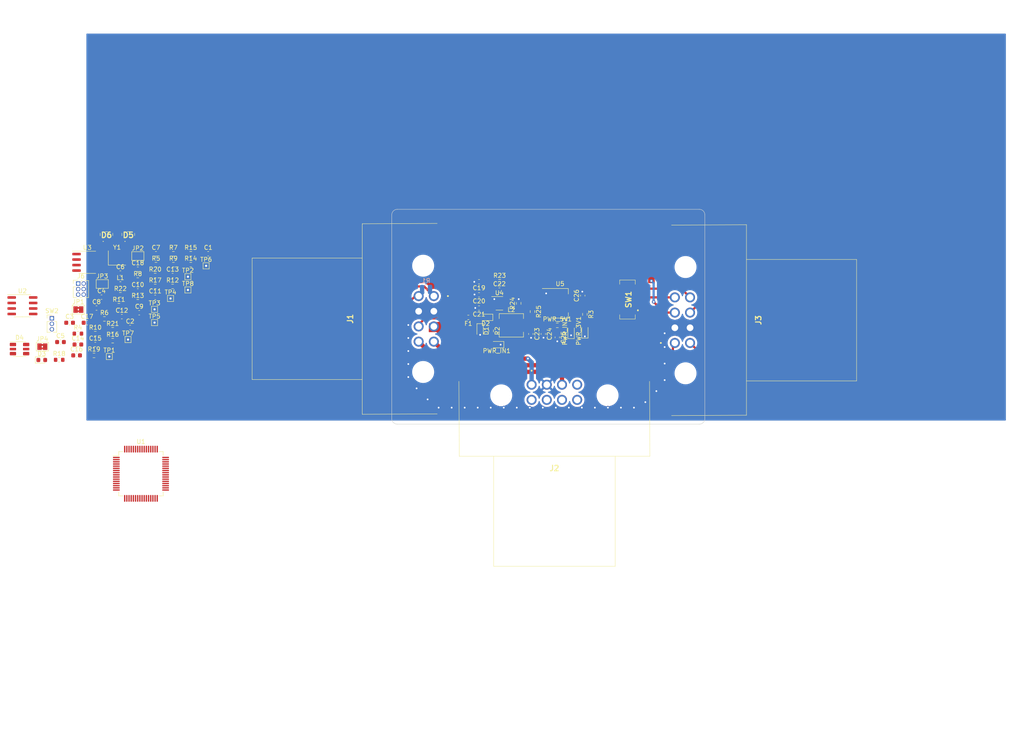
<source format=kicad_pcb>
(kicad_pcb (version 20211014) (generator pcbnew)
  (layers (0 "F.Cu" signal) (31 "B.Cu" signal) (34 "B.Paste" user) (35 "F.Paste" user) (36 "B.SilkS" user "B.Silkscreen") (37 "F.SilkS" user "F.Silkscreen") (38 "B.Mask" user) (39 "F.Mask" user) (44 "Edge.Cuts" user))
  (net 0 "")
  (net 1 "+12V")
  (net 2 "GND")
  (net 3 "/CAN+")
  (net 4 "/CAN-")
  (net 5 "/WheelIn1")
  (net 6 "/WheelIn2")
  (net 7 "/MISC")
  (net 13 "/ENCD1")
  (net 14 "/ENCD2")
  (net 15 "/VRM/12V_Out_Protected")
  (net 16 "/VRM/BUCK/SW")
  (net 17 "/VRM/BUCK/VBST")
  (net 18 "Net-(D1-Pad1)")
  (net 19 "Net-(PWR_5V1-Pad2)")
  (net 20 "Net-(PWR_IN1-Pad2)")
  (net 21 "/VRM/BUCK/EN")
  (net 22 "/VRM/BUCK/VFB")
  (net 23 "/5V")
  (net 24 "/3V3")
  (net 25 "+3.3V")
  (net 26 "+3.3VA")
  (net 27 "+3V3")
  (net 28 "Net-(C11-Pad1)")
  (net 29 "Net-(C12-Pad1)")
  (net 30 "Net-(C13-Pad1)")
  (net 31 "Net-(C14-Pad1)")
  (net 32 "Net-(C15-Pad2)")
  (net 33 "Net-(C16-Pad2)")
  (net 34 "/MCU/HSE_in")
  (net 35 "Net-(C18-Pad1)")
  (net 36 "Net-(D3-Pad1)")
  (net 37 "Net-(D4-Pad6)")
  (net 38 "Net-(D4-Pad5)")
  (net 39 "Net-(D4-Pad4)")
  (net 40 "Net-(J6-Pad2)")
  (net 42 "/MCU/SWCLK")
  (net 44 "/MCU/CAN1_H")
  (net 45 "/MCU/CAN1_L")
  (net 46 "/MCU/CAN2_H")
  (net 47 "/MCU/CAN2_L")
  (net 48 "Net-(PWR_3V1-Pad2)")
  (net 49 "/MCU/I2C1_SCL")
  (net 50 "/MCU/I2C1_SDA")
  (net 51 "/MCU/I2C2_SCL")
  (net 52 "/MCU/I2C2_SDA")
  (net 53 "/MCU/LED_B")
  (net 54 "/MCU/LED_G")
  (net 55 "/MCU/LED_R")
  (net 56 "Net-(J4-Pad2)")
  (net 57 "Net-(J5-Pad2)")
  (net 58 "/MCU/HSE_out")
  (net 59 "Net-(R21-Pad1)")
  (net 60 "/MCU/BOOT0")
  (net 61 "/MCU/SWDIO")
  (net 62 "/MCU/CAN1_TX")
  (net 63 "/MCU/CAN2_TX")
  (net 64 "/MCU/CAN1_RX")
  (net 65 "/MCU/CAN2_RX")
  (net 66 "/MCU/PC13")
  (net 67 "/MCU/PC14")
  (net 68 "/MCU/PC15")
  (net 70 "/MCU/PC0")
  (net 71 "/MCU/PC1")
  (net 72 "/MCU/PC2")
  (net 73 "/MCU/PC3")
  (net 74 "/MCU/PA3")
  (net 75 "/MCU/PA4")
  (net 76 "/MCU/SPI1_SCK")
  (net 77 "/MCU/SPI1_MISO")
  (net 78 "/MCU/SPI1_MOSI")
  (net 79 "/MCU/PC4")
  (net 80 "/MCU/PC5")
  (net 81 "/MCU/PB0")
  (net 82 "/MCU/PB1")
  (net 83 "/MCU/PB2")
  (net 84 "/MCU/PB14")
  (net 85 "/MCU/PB15")
  (net 86 "/MCU/PC6")
  (net 87 "/MCU/PC7")
  (net 88 "/MCU/PC8")
  (net 89 "/MCU/PC9")
  (net 90 "/MCU/PA8")
  (net 91 "/MCU/PA9")
  (net 92 "/MCU/PA10")
  (net 93 "/MCU/USB_D-")
  (net 94 "/MCU/USB_D+")
  (net 95 "/MCU/PA14")
  (net 96 "/MCU/SPI3_SCK")
  (net 97 "/MCU/SPI3_MISO")
  (net 98 "/MCU/SPI3_MOSI")
  (net 99 "/MCU/PD2")
  (net 100 "/MCU/PB3")
  (net 101 "/MCU/PB4")
  (net 102 "/MCU/PB5")
  (footprint "Package_SO:SOIC-8_3.9x4.9mm_P1.27mm" (layer "F.Cu") (at 44.78 71.905)
    (fp_text reference "U3")
    (fp_text value "SN65HVD230")
  )
  (footprint "Resistor_SMD:R_0603_1608Metric" (layer "F.Cu") (at 60.43 77.465)
    (fp_text reference "R17")
    (fp_text value "120")
  )
  (footprint "Resistor_SMD:R_0603_1608Metric" (layer "F.Cu") (at 60.43 74.955)
    (fp_text reference "R20")
    (fp_text value "120")
  )
  (footprint "Jumper:SolderJumper-2_P1.3mm_Bridged2Bar_Pad1.0x1.5mm" (layer "F.Cu") (at 48.23 76.905)
    (fp_text reference "JP3")
    (fp_text value " ")
  )
  (footprint "Fuse:Fuse_0603_1608Metric_Pad1.05x0.95mm_HandSolder" (layer "F.Cu") (at 132.57 84.5986 180)
    (fp_text reference "F1")
    (fp_text value "2A")
  )
  (footprint "Crystal:Crystal_SMD_3225-4Pin_3.2x2.5mm" (layer "F.Cu") (at 51.63 70.905)
    (fp_text reference "Y1")
    (fp_text value "16MHz")
  )
  (footprint "Capacitor_SMD:C_0603_1608Metric_Pad1.08x0.95mm_HandSolder" (layer "F.Cu") (at 135.0338 79.4169 180)
    (fp_text reference "C20")
    (fp_text value "10uF")
  )
  (footprint "SamacSys_Parts:348300801" (layer "F.Cu") (at 124.6242 79.6876 -90)
    (fp_text reference "J1")
    (fp_text value "InpConn" hide)
  )
  (footprint "Resistor_SMD:R_0603_1608Metric" (layer "F.Cu") (at 46.33 93.365)
    (fp_text reference "R19")
    (fp_text value "120")
  )
  (footprint "Resistor_SMD:R_0603_1608Metric" (layer "F.Cu") (at 52.07 81.915)
    (fp_text reference "R11")
    (fp_text value "220")
  )
  (footprint "LED_SMD:LED_0603_1608Metric_Pad1.05x0.95mm_HandSolder" (layer "F.Cu") (at 156.2428 87.837 90)
    (fp_text reference "PWR_IN2")
    (fp_text value "LED")
  )
  (footprint "Capacitor_SMD:C_0603_1608Metric" (layer "F.Cu") (at 46.63 90.855)
    (fp_text reference "C15")
    (fp_text value "4.7n")
  )
  (footprint "SamacSys_Parts:348300801" (layer "F.Cu") (at 180.1504 90.4924 90)
    (fp_text reference "J3")
    (fp_text value "OutConn" hide)
  )
  (footprint "Diode_SMD:D_0603_1608Metric_Pad1.05x0.95mm_HandSolder" (layer "F.Cu") (at 136.5578 84.5986 180)
    (fp_text reference "D2")
    (fp_text value "0.7dV")
  )
  (footprint "Capacitor_SMD:C_0603_1608Metric_Pad1.08x0.95mm_HandSolder" (layer "F.Cu") (at 149.837133 88.4212 -90)
    (fp_text reference "C24")
    (fp_text value "22uF")
  )
  (footprint "SamacSys_Parts:348300801" (layer "F.Cu") (at 147.15 100.115)
    (fp_text reference "J2")
    (fp_text value "InSig" hide)
  )
  (footprint "LED_SMD:LED_0603_1608Metric_Pad1.05x0.95mm_HandSolder" (layer "F.Cu") (at 159.4178 87.71 90)
    (fp_text reference "PWR_3V1")
    (fp_text value "LED")
  )
  (footprint "Capacitor_SMD:C_0603_1608Metric_Pad1.08x0.95mm_HandSolder" (layer "F.Cu") (at 139.7328 78.312)
    (fp_text reference "C22")
    (fp_text value "100nF")
  )
  (footprint "TestPoint:TestPoint_THTPad_1.0x1.0mm_Drill0.5mm" (layer "F.Cu") (at 72.16 72.715)
    (fp_text reference "TP6")
    (fp_text value " ")
  )
  (footprint "Capacitor_SMD:C_0603_1608Metric_Pad1.08x0.95mm_HandSolder" (layer "F.Cu") (at 153.0678 89.2075 -90)
    (fp_text reference "C25")
    (fp_text value "1uF")
  )
  (footprint "Resistor_SMD:R_0603_1608Metric_Pad0.98x0.95mm_HandSolder" (layer "F.Cu") (at 144.1778 81.36 90)
    (fp_text reference "R24")
    (fp_text value "10K")
  )
  (footprint "Resistor_SMD:R_0603_1608Metric_Pad0.98x0.95mm_HandSolder" (layer "F.Cu") (at 137.8278 87.71 -90)
    (fp_text reference "R2")
    (fp_text value "470")
  )
  (footprint "TestPoint:TestPoint_THTPad_1.0x1.0mm_Drill0.5mm" (layer "F.Cu") (at 54.17 89.715)
    (fp_text reference "TP7")
    (fp_text value " ")
  )
  (footprint "Resistor_SMD:R_0603_1608Metric" (layer "F.Cu") (at 42.62 88.345)
    (fp_text reference "R4")
    (fp_text value "2k2")
  )
  (footprint "Inductor_SMD:L_0603_1608Metric" (layer "F.Cu") (at 52.41 76.895)
    (fp_text reference "L1")
    (fp_text value "68n")
  )
  (footprint "Resistor_SMD:R_0603_1608Metric_Pad0.98x0.95mm_HandSolder" (layer "F.Cu") (at 153.0678 86.44)
    (fp_text reference "PWR_5V1")
    (fp_text value "100")
  )
  (footprint "Jumper:SolderJumper-2_P1.3mm_Bridged2Bar_Pad1.0x1.5mm" (layer "F.Cu") (at 34.43 91.355)
    (fp_text reference "JP4")
    (fp_text value " ")
  )
  (footprint "Capacitor_SMD:C_0603_1608Metric" (layer "F.Cu") (at 42.62 90.855)
    (fp_text reference "C14")
    (fp_text value "100p")
  )
  (footprint "Package_SO:SOIC-8_3.9x4.9mm_P1.27mm" (layer "F.Cu") (at 29.845 81.915)
    (fp_text reference "U2")
    (fp_text value "SN65HVD230")
  )
  (footprint "Resistor_SMD:R_0603_1608Metric_Pad0.98x0.95mm_HandSolder" (layer "F.Cu") (at 139.7836 76.3816)
    (fp_text reference "R23")
    (fp_text value "10K")
  )
  (footprint "Connector_PinHeader_1.27mm:PinHeader_1x03_P1.27mm_Vertical" (layer "F.Cu") (at 36.63 84.805)
    (fp_text reference "SW2")
    (fp_text value "SW_SPDT")
  )
  (footprint "SamacSys_Parts:CD143ASR05" (layer "F.Cu") (at 49.205 65.49)
    (fp_text reference "D6")
    (fp_text value "CD143A-SR05" hide)
  )
  (footprint "LED_SMD:LED_0603_1608Metric" (layer "F.Cu") (at 34.3 94.425)
    (fp_text reference "D3")
    (fp_text value "RED")
  )
  (footprint "TestPoint:TestPoint_THTPad_1.0x1.0mm_Drill0.5mm" (layer "F.Cu") (at 60.28 85.805)
    (fp_text reference "TP5")
    (fp_text value " ")
  )
  (footprint "Capacitor_SMD:C_0603_1608Metric" (layer "F.Cu") (at 46.91 82.445)
    (fp_text reference "C8")
    (fp_text value "10n")
  )
  (footprint "Resistor_SMD:R_0603_1608Metric" (layer "F.Cu") (at 68.63 72.445)
    (fp_text reference "R14")
    (fp_text value "120")
  )
  (footprint "Resistor_SMD:R_0603_1608Metric" (layer "F.Cu") (at 64.62 69.935)
    (fp_text reference "R7")
    (fp_text value "2k2")
  )
  (footprint "Capacitor_SMD:C_0603_1608Metric" (layer "F.Cu") (at 60.43 79.975)
    (fp_text reference "C11")
    (fp_text value "100p")
  )
  (footprint "Capacitor_SMD:C_0603_1608Metric_Pad1.08x0.95mm_HandSolder" (layer "F.Cu") (at 146.9718 88.4212 -90)
    (fp_text reference "C23")
    (fp_text value "22uF")
  )
  (footprint "Capacitor_SMD:C_0603_1608Metric" (layer "F.Cu") (at 44.72 85.835)
    (fp_text reference "C17")
    (fp_text value "10p")
  )
  (footprint "Jumper:SolderJumper-2_P1.3mm_Bridged2Bar_Pad1.0x1.5mm" (layer "F.Cu") (at 42.73 82.805)
    (fp_text reference "JP1")
    (fp_text value " ")
  )
  (footprint "Resistor_SMD:R_0603_1608Metric" (layer "F.Cu") (at 56.42 81.015)
    (fp_text reference "R13")
    (fp_text value "120")
  )
  (footprint "TestPoint:TestPoint_THTPad_1.0x1.0mm_Drill0.5mm" (layer "F.Cu") (at 67.97 75.225)
    (fp_text reference "TP2")
    (fp_text value " ")
  )
  (footprint "Resistor_SMD:R_0603_1608Metric" (layer "F.Cu") (at 64.44 77.465)
    (fp_text reference "R12")
    (fp_text value "120")
  )
  (footprint "Capacitor_SMD:C_0603_1608Metric" (layer "F.Cu") (at 72.64 69.935)
    (fp_text reference "C1")
    (fp_text value "4u7")
  )
  (footprint "Capacitor_SMD:C_0603_1608Metric" (layer "F.Cu") (at 52.74 84.425)
    (fp_text reference "C12")
    (fp_text value "100p")
  )
  (footprint "Capacitor_SMD:C_0603_1608Metric" (layer "F.Cu") (at 56.75 83.525)
    (fp_text reference "C9")
    (fp_text value "0u1")
  )
  (footprint "Capacitor_SMD:C_0603_1608Metric" (layer "F.Cu") (at 40.71 85.835)
    (fp_text reference "C3")
    (fp_text value "100n")
  )
  (footprint "Resistor_SMD:R_0603_1608Metric_Pad0.98x0.95mm_HandSolder" (layer "F.Cu") (at 159.4178 83.9 -90)
    (fp_text reference "R3")
    (fp_text value "0")
  )
  (footprint "Package_TO_SOT_SMD:SOT-23-6" (layer "F.Cu") (at 139.7328 81.36)
    (fp_text reference "U4")
    (fp_text value "TPS562200")
  )
  (footprint "Resistor_SMD:R_0603_1608Metric" (layer "F.Cu") (at 50.64 87.465)
    (fp_text reference "R21")
    (fp_text value "10K")
  )
  (footprint "TestPoint:TestPoint_THTPad_1.0x1.0mm_Drill0.5mm" (layer "F.Cu") (at 67.97 78.275)
    (fp_text reference "TP8")
    (fp_text value " ")
  )
  (footprint "Jumper:SolderJumper-2_P1.3mm_Bridged2Bar_Pad1.0x1.5mm" (layer "F.Cu") (at 56.43 70.455)
    (fp_text reference "JP2")
    (fp_text value " ")
  )
  (footprint "Capacitor_SMD:C_0603_1608Metric_Pad1.08x0.95mm_HandSolder" (layer "F.Cu") (at 135.0338 82.4522 180)
    (fp_text reference "C21")
    (fp_text value "100nF")
  )
  (footprint "Resistor_SMD:R_0603_1608Metric" (layer "F.Cu") (at 56.42 75.995)
    (fp_text reference "R8")
    (fp_text value "100")
  )
  (footprint "Resistor_SMD:R_0603_1608Metric_Pad0.98x0.95mm_HandSolder" (layer "F.Cu") (at 147.3528 83.265 -90)
    (fp_text reference "R25")
    (fp_text value "54.9K")
  )
  (footprint "Capacitor_SMD:C_0603_1608Metric" (layer "F.Cu") (at 60.61 69.935)
    (fp_text reference "C7")
    (fp_text value "1u")
  )
  (footprint "Capacitor_SMD:C_0603_1608Metric" (layer "F.Cu") (at 38.61 90.285)
    (fp_text reference "C5")
    (fp_text value "100n")
  )
  (footprint "Diode_SMD:D_0603_1608Metric_Pad1.05x0.95mm_HandSolder" (layer "F.Cu") (at 135.2878 87.71 -90)
    (fp_text reference "D1")
    (fp_text value "20V")
  )
  (footprint "Resistor_SMD:R_0603_1608Metric" (layer "F.Cu") (at 52.41 79.405)
    (fp_text reference "R22")
    (fp_text value "22")
  )
  (footprint "Capacitor_SMD:C_0603_1608Metric" (layer "F.Cu") (at 56.42 78.505)
    (fp_text reference "C10")
    (fp_text value "0u1")
  )
  (footprint "TestPoint:TestPoint_THTPad_1.0x1.0mm_Drill0.5mm" (layer "F.Cu") (at 60.28 82.755)
    (fp_text reference "TP3")
    (fp_text value " ")
  )
  (footprint "Capacitor_SMD:C_0603_1608Metric_Pad1.08x0.95mm_HandSolder" (layer "F.Cu") (at 135.0338 76.3816 180)
    (fp_text reference "C19")
    (fp_text value "10uF")
  )
  (footprint "Capacitor_SMD:C_0603_1608Metric" (layer "F.Cu") (at 64.44 74.955)
    (fp_text reference "C13")
    (fp_text value "100p")
  )
  (footprint "Resistor_SMD:R_0603_1608Metric" (layer "F.Cu") (at 46.63 88.345)
    (fp_text reference "R10")
    (fp_text value "220")
  )
  (footprint "SamacSys_Parts:CD143ASR05" (layer "F.Cu") (at 54.225 65.49)
    (fp_text reference "D5")
    (fp_text value "CD143A-SR05" hide)
  )
  (footprint "Resistor_SMD:R_0603_1608Metric" (layer "F.Cu") (at 50.64 89.975)
    (fp_text reference "R16")
    (fp_text value "120")
  )
  (footprint "LED_SMD:LED_0603_1608Metric_Pad1.05x0.95mm_HandSolder" (layer "F.Cu") (at 139.0978 90.885 180)
    (fp_text reference "PWR_IN1")
    (fp_text value "LED")
  )
  (footprint "Capacitor_SMD:C_0603_1608Metric" (layer "F.Cu") (at 52.41 74.385)
    (fp_text reference "C6")
    (fp_text value "100n")
  )
  (footprint "SamacSys_Parts:JS202011JCQN" (layer "F.Cu") (at 169.484 80.478 90)
    (fp_text reference "SW1")
    (fp_text value "SW_DPDT" hide)
  )
  (footprint "Resistor_SMD:R_0603_1608Metric" (layer "F.Cu") (at 38.31 94.385)
    (fp_text reference "R18")
    (fp_text value "47")
  )
  (footprint "TestPoint:TestPoint_THTPad_1.0x1.0mm_Drill0.5mm" (layer "F.Cu") (at 49.86 93.635)
    (fp_text reference "TP1")
    (fp_text value " ")
  )
  (footprint "Resistor_SMD:R_0603_1608Metric" (layer "F.Cu") (at 68.63 69.935)
    (fp_text reference "R15")
    (fp_text value "120")
  )
  (footprint "Package_TO_SOT_SMD:SOT-223-3_TabPin2" (layer "F.Cu") (at 153.7028 81.36)
    (fp_text reference "U5")
    (fp_text value "AMS1117-3.3")
  )
  (footprint "Resistor_SMD:R_0603_1608Metric" (layer "F.Cu") (at 60.61 72.445)
    (fp_text reference "R5")
    (fp_text value "2k2")
  )
  (footprint "Resistor_SMD:R_0603_1608Metric" (layer "F.Cu") (at 48.73 84.955)
    (fp_text reference "R6")
    (fp_text value "2k2")
  )
  (footprint "Capacitor_SMD:C_0603_1608Metric" (layer "F.Cu") (at 48.06 79.935)
    (fp_text reference "C4")
    (fp_text value "100n")
  )
  (footprint "Capacitor_SMD:C_0603_1608Metric_Pad1.08x0.95mm_HandSolder" (layer "F.Cu") (at 158.9352 79.582 90)
    (fp_text reference "C26")
    (fp_text value "22uF")
  )
  (footprint "TestPoint:TestPoint_THTPad_1.0x1.0mm_Drill0.5mm" (layer "F.Cu") (at 63.96 80.245)
    (fp_text reference "TP4")
    (fp_text value " ")
  )
  (footprint "Resistor_SMD:R_0603_1608Metric" (layer "F.Cu") (at 64.62 72.445)
    (fp_text reference "R9")
    (fp_text value "220")
  )
  (footprint "Capacitor_SMD:C_0603_1608Metric" (layer "F.Cu") (at 54.65 86.935)
    (fp_text reference "C2")
    (fp_text value "100n")
  )
  (footprint "Capacitor_SMD:C_0603_1608Metric" (layer "F.Cu") (at 56.42 73.485)
    (fp_text reference "C18")
    (fp_text value "10p")
  )
  (footprint "Package_QFP:LQFP-64_10x10mm_P0.5mm" (layer "F.Cu") (at 57.15 120.65)
    (fp_text reference "U1")
    (fp_text value "STM32F105RCTx")
  )
  (footprint "Inductor_SMD:L_Sunlord_MWSA0518_5.4x5.2mm" (layer "F.Cu") (at 142.476 86.44)
    (fp_text reference "L2")
    (fp_text value "4u7")
  )
  (footprint "Capacitor_SMD:C_0603_1608Metric" (layer "F.Cu") (at 42.32 93.365)
    (fp_text reference "C16")
    (fp_text value "4.7n")
  )
  (footprint "LED_SMD:LED_ROHM_SMLVN6" (layer "F.Cu") (at 29.18 91.905)
    (fp_text reference "D4")
    (fp_text value "SMLVN6RGB")
  )
  (footprint "Connector_PinHeader_1.27mm:PinHeader_2x03_P1.27mm_Vertical" (layer "F.Cu") (at 42.68 76.805)
    (fp_text reference "J6")
    (fp_text value "SWD")
  )
  (footprint "Resistor_SMD:R_0603_1608Metric_Pad0.98x0.95mm_HandSolder" (layer "B.Cu") (at 122.8325 77.597 180)
    (fp_text reference "R1")
    (fp_text value "Rterm")
  )
  (gr_line (start 116.205 59.69) (end 185.791974 59.69) (layer "Edge.Cuts") (width 0.1))
  (gr_line (start 114.935 107.95) (end 114.935 60.96) (layer "Edge.Cuts") (width 0.1))
  (gr_arc (start 114.935 60.96) (mid 115.306974 60.061974) (end 116.205 59.69) (layer "Edge.Cuts") (width 0.1))
  (gr_arc (start 116.205 109.22) (mid 115.306974 108.848026) (end 114.935 107.95) (layer "Edge.Cuts") (width 0.1))
  (gr_line (start 185.791974 109.22) (end 116.205 109.22) (layer "Edge.Cuts") (width 0.1))
  (gr_line (start 187.061974 107.686974) (end 187.061974 107.95) (layer "Edge.Cuts") (width 0.1))
  (gr_arc (start 185.791974 59.69) (mid 186.69 60.061974) (end 187.061974 60.96) (layer "Edge.Cuts") (width 0.1))
  (gr_line (start 187.061974 60.96) (end 187.061974 107.686974) (layer "Edge.Cuts") (width 0.1))
  (gr_arc (start 187.061974 107.95) (mid 186.69 108.848026) (end 185.791974 109.22) (layer "Edge.Cuts") (width 0.1))
  (segment (start 180.1504 83.4924) (end 177.7264 83.4924) (width 0.5) (layer "F.Cu") (net 1))
  (segment (start 124.6242 86.6876) (end 125.0416 86.6876) (width 1) (layer "F.Cu") (net 1))
  (segment (start 177.7264 83.4924) (end 175.26 81.026) (width 0.5) (layer "F.Cu") (net 1))
  (segment (start 146.304 94.107) (end 132.0436 94.107) (width 1) (layer "F.Cu") (net 1))
  (segment (start 132.0436 94.107) (end 124.6242 86.6876) (width 1) (layer "F.Cu") (net 1))
  (via (at 175.26 81.026) (size 0.8) (drill 0.4) (layers "F.Cu" "B.Cu") (net 1))
  (via (at 146.304 94.107) (size 0.8) (drill 0.4) (layers "F.Cu" "B.Cu") (net 1))
  (via (at 174.752 76.2) (size 0.8) (drill 0.4) (layers "F.Cu" "B.Cu") (net 1))
  (segment (start 147.15 94.953) (end 146.304 94.107) (width 1) (layer "B.Cu") (net 1))
  (segment (start 175.26 76.708) (end 174.752 76.2) (width 0.5) (layer "B.Cu") (net 1))
  (segment (start 147.15 100.115) (end 147.15 94.953) (width 1) (layer "B.Cu") (net 1))
  (segment (start 175.26 81.026) (end 175.26 76.708) (width 0.5) (layer "B.Cu") (net 1))
  (via (at 158.8336 78.6676) (size 0.8) (drill 0.4) (layers "F.Cu" "B.Cu") (net 2))
  (via (at 118.745 92.36) (size 0.8) (drill 0.4) (layers "F.Cu" "B.Cu") (net 2))
  (via (at 123.19 103.505) (size 0.8) (drill 0.4) (layers "F.Cu" "B.Cu") (net 2))
  (via (at 164.73 105.41) (size 0.8) (drill 0.4) (layers "F.Cu" "B.Cu") (net 2))
  (via (at 161.73 105.41) (size 0.8) (drill 0.4) (layers "F.Cu" "B.Cu") (net 2))
  (via (at 140.73 105.41) (size 0.8) (drill 0.4) (layers "F.Cu" "B.Cu") (net 2))
  (via (at 147.0226 89.3102) (size 0.8) (drill 0.4) (layers "F.Cu" "B.Cu") (net 2))
  (via (at 144.1778 80.3948) (size 0.8) (drill 0.4) (layers "F.Cu" "B.Cu") (net 2))
  (via (at 135.2878 88.6244) (size 0.8) (drill 0.4) (layers "F.Cu" "B.Cu") (net 2))
  (via (at 158.73 105.41) (size 0.8) (drill 0.4) (layers "F.Cu" "B.Cu") (net 2))
  (via (at 159.4178 88.98) (size 0.8) (drill 0.4) (layers "F.Cu" "B.Cu") (net 2))
  (via (at 118.745 89.36) (size 0.8) (drill 0.4) (layers "F.Cu" "B.Cu") (net 2))
  (via (at 167.73 105.41) (size 0.8) (drill 0.4) (layers "F.Cu" "B.Cu") (net 2))
  (via (at 134.1702 82.4268) (size 0.8) (drill 0.4) (layers "F.Cu" "B.Cu") (net 2))
  (via (at 133.9416 76.407) (size 0.8) (drill 0.4) (layers "F.Cu" "B.Cu") (net 2))
  (via (at 153.0678 90.1219) (size 0.8) (drill 0.4) (layers "F.Cu" "B.Cu") (net 2))
  (via (at 173.355 104.14) (size 0.8) (drill 0.4) (layers "F.Cu" "B.Cu") (net 2))
  (via (at 118.745 95.36) (size 0.8) (drill 0.4) (layers "F.Cu" "B.Cu") (net 2))
  (via (at 177.8 88.265) (size 0.8) (drill 0.4) (layers "F.Cu" "B.Cu") (net 2))
  (via (at 155.73 105.41) (size 0.8) (drill 0.4) (layers "F.Cu" "B.Cu") (net 2))
  (via (at 131.73 105.41) (size 0.8) (drill 0.4) (layers "F.Cu" "B.Cu") (net 2))
  (via (at 128.73 105.41) (size 0.8) (drill 0.4) (layers "F.Cu" "B.Cu") (net 2))
  (via (at 143.73 105.41) (size 0.8) (drill 0.4) (layers "F.Cu" "B.Cu") (net 2))
  (via (at 177.8 99.06) (size 0.8) (drill 0.4) (layers "F.Cu" "B.Cu") (net 2))
  (via (at 146.73 105.41) (size 0.8) (drill 0.4) (layers "F.Cu" "B.Cu") (net 2))
  (via (at 149.8928 89.2848) (size 0.8) (drill 0.4) (layers "F.Cu" "B.Cu") (net 2))
  (via (at 175.895 101.6) (size 0.8) (drill 0.4) (layers "F.Cu" "B.Cu") (net 2))
  (via (at 118.745 98.36) (size 0.8) (drill 0.4) (layers "F.Cu" "B.Cu") (net 2))
  (via (at 140.0122 90.885) (size 0.8) (drill 0.4) (layers "F.Cu" "B.Cu") (net 2))
  (via (at 149.73 105.41) (size 0.8) (drill 0.4) (layers "F.Cu" "B.Cu") (net 2))
  (via (at 177.8 91.44) (size 0.8) (drill 0.4) (layers "F.Cu" "B.Cu") (net 2))
  (via (at 120.65 100.965) (size 0.8) (drill 0.4) (layers "F.Cu" "B.Cu") (net 2))
  (via (at 118.745 86.36) (size 0.8) (drill 0.4) (layers "F.Cu" "B.Cu") (net 2))
  (via (at 125.73 105.41) (size 0.8) (drill 0.4) (layers "F.Cu" "B.Cu") (net 2))
  (via (at 177.8 95.25) (size 0.8) (drill 0.4) (layers "F.Cu" "B.Cu") (net 2))
  (via (at 137.73 105.41) (size 0.8) (drill 0.4) (layers "F.Cu" "B.Cu") (net 2))
  (via (at 152.73 105.41) (size 0.8) (drill 0.4) (layers "F.Cu" "B.Cu") (net 2))
  (via (at 133.9924 79.328) (size 0.8) (drill 0.4) (layers "F.Cu" "B.Cu") (net 2))
  (via (at 156.2428 88.726) (size 0.8) (drill 0.4) (layers "F.Cu" "B.Cu") (net 2))
  (via (at 138.557 80.391) (size 0.6) (drill 0.4) (layers "F.Cu" "B.Cu") (net 2))
  (via (at 134.73 105.41) (size 0.8) (drill 0.4) (layers "F.Cu" "B.Cu") (net 2))
  (via (at 150.5024 79.074) (size 0.8) (drill 0.4) (layers "F.Cu" "B.Cu") (net 2))
  (via (at 170.73 105.41) (size 0.8) (drill 0.4) (layers "F.Cu" "B.Cu") (net 2))
  (segment (start 117.475 82.55) (end 120.3374 79.6876) (width 0.5) (layer "F.Cu") (net 3))
  (segment (start 179.705 100.584) (end 173.355 106.934) (width 0.5) (layer "F.Cu") (net 3))
  (segment (start 173.355 106.934) (end 123.825 106.934) (width 0.5) (layer "F.Cu") (net 3))
  (segment (start 123.825 106.934) (end 117.475 100.584) (width 0.5) (layer "F.Cu") (net 3))
  (segment (start 120.3374 79.6876) (end 121.1242 79.6876) (width 0.5) (layer "F.Cu") (net 3))
  (segment (start 180.1504 90.4924) (end 179.705 90.9378) (width 0.5) (layer "F.Cu") (net 3))
  (segment (start 117.475 100.584) (end 117.475 82.55) (width 0.5) (layer "F.Cu") (net 3))
  (segment (start 179.705 90.9378) (end 179.705 100.584) (width 0.5) (layer "F.Cu") (net 3))
  (segment (start 121.92 78.8918) (end 121.1242 79.6876) (width 1) (layer "B.Cu") (net 3))
  (segment (start 121.92 77.597) (end 121.92 78.8918) (width 1) (layer "B.Cu") (net 3))
  (segment (start 119.38 77.47) (end 116.205 80.645) (width 0.5) (layer "F.Cu") (net 4))
  (segment (start 116.205 80.645) (end 116.205 100.965) (width 0.5) (layer "F.Cu") (net 4))
  (segment (start 116.205 100.965) (end 123.19 107.95) (width 0.5) (layer "F.Cu") (net 4))
  (segment (start 178.435 107.95) (end 185.42 100.965) (width 0.5) (layer "F.Cu") (net 4))
  (segment (start 185.42 92.262) (end 183.6504 90.4924) (width 0.5) (layer "F.Cu") (net 4))
  (segment (start 122.4066 77.47) (end 119.38 77.47) (width 0.5) (layer "F.Cu") (net 4))
  (segment (start 123.19 107.95) (end 178.435 107.95) (width 0.5) (layer "F.Cu") (net 4))
  (segment (start 185.42 100.965) (end 185.42 92.262) (width 0.5) (layer "F.Cu") (net 4))
  (segment (start 124.6242 79.6876) (end 122.4066 77.47) (width 0.5) (layer "F.Cu") (net 4))
  (segment (start 123.745 78.8084) (end 124.6242 79.6876) (width 1) (layer "B.Cu") (net 4))
  (segment (start 123.745 77.597) (end 123.745 78.8084) (width 1) (layer "B.Cu") (net 4))
  (segment (start 135.763 95.631) (end 135.001 95.631) (width 0.75) (layer "F.Cu") (net 5))
  (segment (start 135.001 95.631) (end 159.131 95.631) (width 1) (layer "F.Cu") (net 5))
  (segment (start 164.084 81.153) (end 164.759 80.478) (width 1) (layer "F.Cu") (net 5))
  (segment (start 124.6242 90.1876) (end 130.0676 95.631) (width 1) (layer "F.Cu") (net 5))
  (segment (start 164.759 80.478) (end 168.034 80.478) (width 1) (layer "F.Cu") (net 5))
  (segment (start 130.0676 95.631) (end 135.763 95.631) (width 1) (layer "F.Cu") (net 5))
  (segment (start 164.084 90.678) (end 164.084 81.153) (width 1) (layer "F.Cu") (net 5))
  (segment (start 159.131 95.631) (end 164.084 90.678) (width 1) (layer "F.Cu") (net 5))
  (segment (start 165.735 91.44) (end 165.735 81.915) (width 1) (layer "F.Cu") (net 6))
  (segment (start 165.862 81.788) (end 165.735 81.915) (width 0.75) (layer "F.Cu") (net 6))
  (segment (start 170.434 80.478) (end 170.22 80.478) (width 0.5) (layer "F.Cu") (net 6))
  (segment (start 169.545 81.28) (end 169.037 81.788) (width 0.75) (layer "F.Cu") (net 6))
  (segment (start 169.545 81.28) (end 169.632 81.28) (width 0.75) (layer "F.Cu") (net 6))
  (segment (start 154.15 97.183) (end 154.178 97.155) (width 1) (layer "F.Cu") (net 6))
  (segment (start 154.15 100.115) (end 154.15 97.183) (width 1) (layer "F.Cu") (net 6))
  (segment (start 169.632 81.28) (end 170.434 80.478) (width 0.75) (layer "F.Cu") (net 6))
  (segment (start 169.037 81.788) (end 165.862 81.788) (width 0.75) (layer "F.Cu") (net 6))
  (segment (start 170.434 80.478) (end 170.347 80.478) (width 1) (layer "F.Cu") (net 6))
  (segment (start 121.1242 90.1876) (end 128.0916 97.155) (width 1) (layer "F.Cu") (net 6))
  (segment (start 154.178 97.155) (end 160.02 97.155) (width 1) (layer "F.Cu") (net 6))
  (segment (start 128.0916 97.155) (end 154.178 97.155) (width 1) (layer "F.Cu") (net 6))
  (segment (start 160.02 97.155) (end 165.735 91.44) (width 1) (layer "F.Cu") (net 6))
  (segment (start 122.555 84.836) (end 126.365 84.836) (width 0.5) (layer "F.Cu") (net 7))
  (segment (start 126.365 84.836) (end 128.651 82.55) (width 0.5) (layer "F.Cu") (net 7))
  (segment (start 121.1242 86.6876) (end 121.1242 86.2668) (width 0.5) (layer "F.Cu") (net 7))
  (segment (start 179.451 74.422) (end 182.88 77.851) (width 0.5) (layer "F.Cu") (net 7))
  (segment (start 182.88 77.851) (end 184.531 77.851) (width 0.5) (layer "F.Cu") (net 7))
  (segment (start 185.674 81.4688) (end 183.6504 83.4924) (width 0.5) (layer "F.Cu") (net 7))
  (segment (start 128.651 82.55) (end 128.651 72.644) (width 0.5) (layer "F.Cu") (net 7))
  (segment (start 121.1242 86.2668) (end 122.555 84.836) (width 0.5) (layer "F.Cu") (net 7))
  (segment (start 128.651 72.644) (end 130.937 70.358) (width 0.5) (layer "F.Cu") (net 7))
  (segment (start 179.451 72.136) (end 179.451 74.422) (width 0.5) (layer "F.Cu") (net 7))
  (segment (start 177.673 70.358) (end 179.451 72.136) (width 0.5) (layer "F.Cu") (net 7))
  (segment (start 185.674 78.994) (end 185.674 81.4688) (width 0.5) (layer "F.Cu") (net 7))
  (segment (start 184.531 77.851) (end 185.674 78.994) (width 0.5) (layer "F.Cu") (net 7))
  (segment (start 130.937 70.358) (end 177.673 70.358) (width 0.5) (layer "F.Cu") (net 7))
  (segment (start 180.1504 79.9924) (end 173.4196 79.9924) (width 0.5) (layer "F.Cu") (net 13))
  (segment (start 173.4196 79.9924) (end 170.434 82.978) (width 0.5) (layer "F.Cu") (net 13))
  (segment (start 168.034 82.978) (end 170.434 82.978) (width 0.5) (layer "F.Cu") (net 13))
  (segment (start 183.6504 79.9924) (end 181.636 77.978) (width 0.5) (layer "F.Cu") (net 14))
  (segment (start 181.636 77.978) (end 170.434 77.978) (width 0.5) (layer "F.Cu") (net 14))
  (segment (start 168.034 77.978) (end 170.434 77.978) (width 0.5) (layer "F.Cu") (net 14))
  (segment (start 137.3198 79.8625) (end 138.8703 78.312) (width 0.5) (layer "F.Cu") (net 16))
  (segment (start 138.5953 81.36) (end 139.174 81.36) (width 0.5) (layer "F.Cu") (net 16))
  (segment (start 139.174 81.36) (end 139.7328 81.9188) (width 0.5) (layer "F.Cu") (net 16))
  (segment (start 139.7328 81.9188) (end 139.7328 85.4928) (width 0.5) (layer "F.Cu") (net 16))
  (segment (start 139.7328 85.4928) (end 140.426 86.186) (width 0.5) (layer "F.Cu") (net 16))
  (segment (start 137.9548 81.36) (end 137.3198 80.725) (width 0.5) (layer "F.Cu") (net 16))
  (segment (start 138.5953 81.36) (end 137.9548 81.36) (width 0.5) (layer "F.Cu") (net 16))
  (segment (start 137.3198 80.725) (end 137.3198 79.8625) (width 0.5) (layer "F.Cu") (net 16))
  (segment (start 140.8703 80.41) (end 140.8703 78.587) (width 0.5) (layer "F.Cu") (net 17))
  (segment (start 140.8703 78.587) (end 140.5953 78.312) (width 0.5) (layer "F.Cu") (net 17))
  (segment (start 155.7208 86.44) (end 156.2428 86.962) (width 0.5) (layer "F.Cu") (net 19))
  (segment (start 153.9803 86.44) (end 155.7208 86.44) (width 0.5) (layer "F.Cu") (net 19))
  (segment (start 137.8278 90.49) (end 138.2228 90.885) (width 0.5) (layer "F.Cu") (net 20))
  (segment (start 137.8278 88.6225) (end 137.8278 90.49) (width 0.5) (layer "F.Cu") (net 20))
  (segment (start 141.1044 76.3816) (end 142.1458 77.423) (width 0.5) (layer "F.Cu") (net 21))
  (segment (start 140.6961 76.3816) (end 141.1044 76.3816) (width 0.5) (layer "F.Cu") (net 21))
  (segment (start 141.7648 81.36) (end 142.1458 80.979) (width 0.5) (layer "F.Cu") (net 21))
  (segment (start 142.1458 77.423) (end 142.1458 80.979) (width 0.5) (layer "F.Cu") (net 21))
  (segment (start 140.8703 81.36) (end 141.7648 81.36) (width 0.5) (layer "F.Cu") (net 21))
  (segment (start 147.3528 82.3525) (end 144.2578 82.3525) (width 0.5) (layer "F.Cu") (net 22))
  (segment (start 144.2578 82.3525) (end 144.1778 82.2725) (width 0.5) (layer "F.Cu") (net 22))
  (segment (start 147.2728 82.2725) (end 147.3528 82.3525) (width 0.5) (layer "F.Cu") (net 22))
  (segment (start 144.1403 82.31) (end 144.1778 82.2725) (width 0.5) (layer "F.Cu") (net 22))
  (segment (start 140.8703 82.31) (end 144.1403 82.31) (width 0.5) (layer "F.Cu") (net 22))
  (segment (start 150.5528 81.36) (end 156.8528 81.36) (width 0.5) (layer "F.Cu") (net 24))
  (segment (start 159.4178 86.835) (end 159.4178 84.8125) (width 0.5) (layer "F.Cu") (net 48))
  (zone (net 23) (net_name "/5V") (layer "F.Cu") (connect_pads yes (clearance 0.508)) (min_thickness 0.254) (fill yes (thermal_gap 0.508) (thermal_bridge_width 0.508))
    (polygon (pts (xy 152.8138 82.757) (xy 152.8138 87.329) (xy 153.8298 87.329) (xy 153.8298 89.107) (xy 151.2898 89.2075) (xy 150.7818 88.345) (xy 143.4158 88.345) (xy 143.4158 83.519) (xy 148.4958 83.519) (xy 149.5118 82.757)))
  )
  (zone (net 1) (net_name "+12V") (layer "F.Cu") (connect_pads yes (clearance 0.508)) (min_thickness 0.254) (fill yes (thermal_gap 0.508) (thermal_bridge_width 0.508))
    (polygon (pts (xy 175.513983 74.678953) (xy 175.514 76.708) (xy 173.99 76.708) (xy 173.990035 74.670093) (xy 132.206983 74.424953) (xy 132.206983 87.886953) (xy 123.444 88.011) (xy 123.517112 85.964411) (xy 129.794 84.963) (xy 130.047983 70.868953) (xy 175.767983 71.376953)))
  )
  (zone (net 24) (net_name "/3V3") (layer "F.Cu") (connect_pads yes (clearance 0.508)) (min_thickness 0.254) (fill yes (thermal_gap 0.508) (thermal_bridge_width 0.508))
    (polygon (pts (xy 160.4338 84.027) (xy 155.3538 84.027) (xy 155.3538 82.249) (xy 149.5118 82.249) (xy 149.5118 80.471) (xy 155.3538 80.471) (xy 155.3538 79.455) (xy 160.4338 79.455)))
  )
  (zone (net 15) (net_name "/VRM/12V_Out_Protected") (layer "F.Cu") (connect_pads yes (clearance 0.508)) (min_thickness 0.254) (fill yes (thermal_gap 0.508) (thermal_bridge_width 0.508))
    (polygon (pts (xy 139.7328 77.55) (xy 137.1928 77.55) (xy 137.1928 81.995) (xy 138.8438 81.995) (xy 138.8438 87.71) (xy 137.1928 87.71) (xy 137.0658 84.964383) (xy 137.0658 83.519) (xy 135.2878 83.011) (xy 135.2878 75.645) (xy 139.7328 75.645)))
  )
  (zone (net 18) (net_name "Net-(D1-Pad1)") (layer "F.Cu") (connect_pads yes (clearance 0.508)) (min_thickness 0.254) (fill yes (thermal_gap 0.508) (thermal_bridge_width 0.508))
    (polygon (pts (xy 136.3038 87.71) (xy 134.6528 87.71) (xy 132.7478 85.17) (xy 132.7478 83.9) (xy 136.3038 83.9)))
  )
  (zone (net 2) (net_name "GND") (layers F&B.Cu) (connect_pads yes (clearance 0.508)) (min_thickness 0.254) (fill yes (thermal_gap 0.508) (thermal_bridge_width 0.508))
    (polygon (pts (xy 126.238 84.328) (xy 119.38 86.36) (xy 119.38 99.06) (xy 125.095 104.775) (xy 172.085 104.775) (xy 177.165 99.695) (xy 177.165 92.3925) (xy 177.165 85.09) (xy 186.055 85.09) (xy 186.055 88.9) (xy 178.435 88.9) (xy 178.435 99.695) (xy 172.72 106.045) (xy 124.46 106.045) (xy 118.11 99.695) (xy 118.11 86.36) (xy 116.84 86.36) (xy 116.84 76.2) (xy 127 76.2)))
  )
  (zone (net 2) (net_name "GND") (layer "B.Cu") (connect_pads (clearance 0.508)) (min_thickness 0.254) (fill yes (thermal_gap 0.508) (thermal_bridge_width 0.508))
    (polygon (pts (xy 258.953 11.684) (xy 260.604 179.959) (xy 33.528 179.578) (xy 38.1 11.43)))
  )
)
</source>
